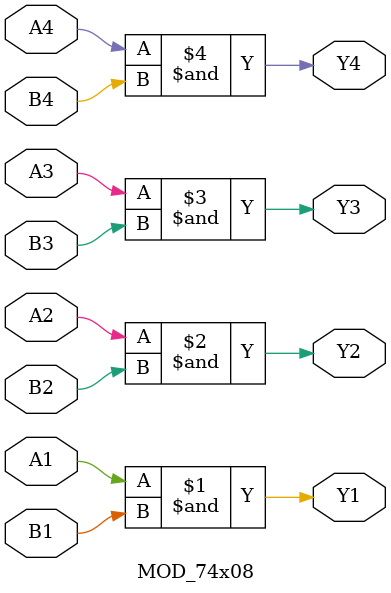
<source format=v>
module MOD_74x08 (
    input A1,
    input B1,
    input A2,
    input B2,
    input A3,
    input B3,
    input A4,
    input B4,
    output Y1,
    output Y2,
    output Y3,
    output Y4);

assign Y1 = A1 & B1;
assign Y2 = A2 & B2;
assign Y3 = A3 & B3;
assign Y4 = A4 & B4;

endmodule
</source>
